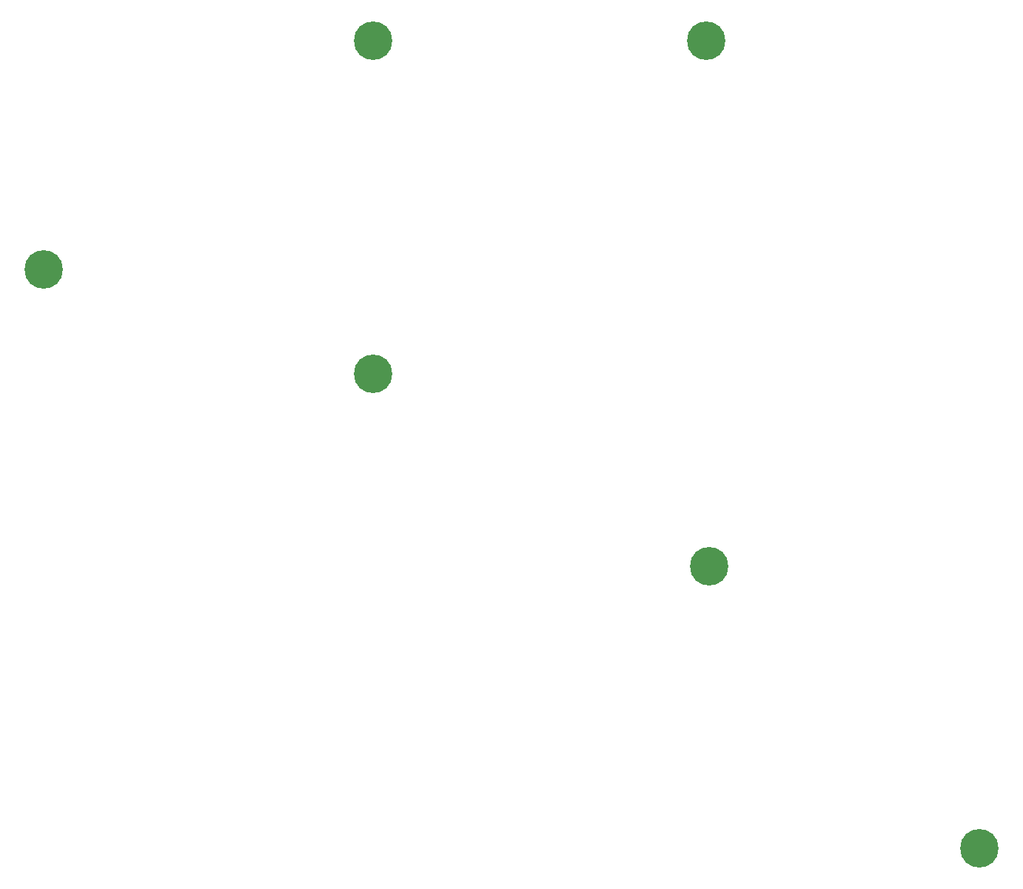
<source format=gbs>
G04 #@! TF.GenerationSoftware,KiCad,Pcbnew,(6.0.5)*
G04 #@! TF.CreationDate,2022-10-04T21:37:59-03:00*
G04 #@! TF.ProjectId,bluejay_base,626c7565-6a61-4795-9f62-6173652e6b69,rev?*
G04 #@! TF.SameCoordinates,Original*
G04 #@! TF.FileFunction,Soldermask,Bot*
G04 #@! TF.FilePolarity,Negative*
%FSLAX46Y46*%
G04 Gerber Fmt 4.6, Leading zero omitted, Abs format (unit mm)*
G04 Created by KiCad (PCBNEW (6.0.5)) date 2022-10-04 21:37:59*
%MOMM*%
%LPD*%
G01*
G04 APERTURE LIST*
%ADD10C,4.400000*%
G04 APERTURE END LIST*
D10*
X-29150000Y-9550000D03*
X-29090000Y28590000D03*
X9000000Y28600000D03*
X40230000Y-63820000D03*
X9300000Y-31520000D03*
X-66800000Y2400000D03*
M02*

</source>
